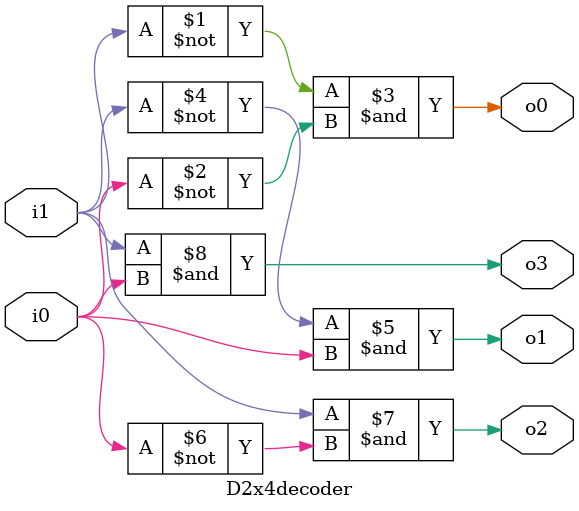
<source format=v>
`timescale 1ns / 1ps
module D2x4decoder(o0,o1,o2,o3,i0,i1
    );
input i0,i1;
output o0,o1,o2,o3;
wire o0,o1,o2,o3;
assign o0=(~i1)&(~i0);
assign o1=(~i1)&i0;
assign o2=i1&(~i0);
assign o3=i1&i0;
endmodule


</source>
